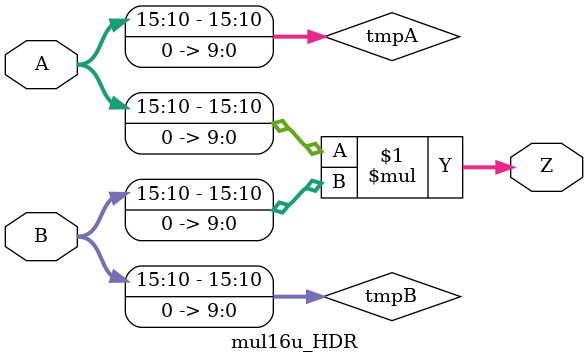
<source format=v>
/***
* This code is a part of EvoApproxLib library (ehw.fit.vutbr.cz/approxlib) distributed under The MIT License.
* When used, please cite the following article(s): PRABAKARAN B. S., MRAZEK V., VASICEK Z., SEKANINA L., SHAFIQUE M. ApproxFPGAs: Embracing ASIC-based Approximate Arithmetic Components for FPGA-Based Systems. DAC 2020. 
***/
// MAE% = 0.77 %
// MAE = 33259520 
// WCE% = 3.10 %
// WCE = 133038081 
// WCRE% = 100.00 %
// EP% = 100.00 %
// MRE% = 9.15 %
// MSE = 15436.2e11 
// FPGA_POWER = 0.57
// FPGA_DELAY = 10
// FPGA_LUT = 34



module mul16u_HDR(
	A, 
	B,
	Z
);

input [16-1:0] A;
input [16-1:0] B;
output [2*16-1:0] Z;

wire [16-1:0] tmpA;
wire [16-1:0] tmpB;
assign tmpA = {A[16-1:10],{10{1'b0}}};
assign tmpB = {B[16-1:10],{10{1'b0}}};
assign Z = tmpA * tmpB;
endmodule


</source>
